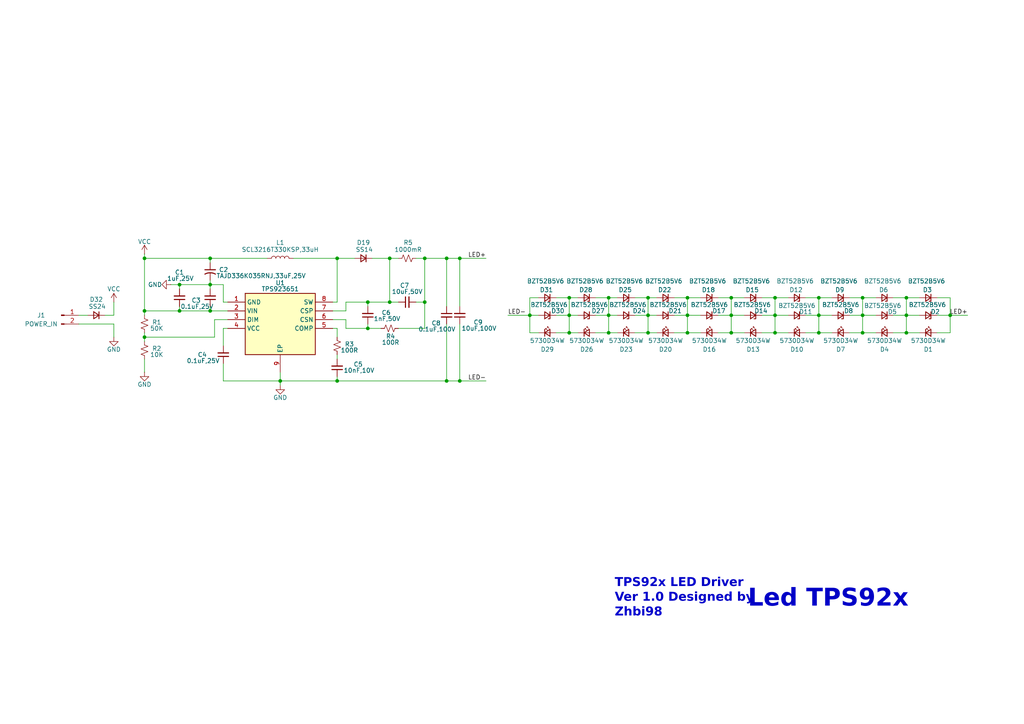
<source format=kicad_sch>
(kicad_sch (version 20250114) (generator "eeschema") (generator_version "9.0")
  (paper "A4")
  (lib_symbols
    (symbol "3rd_Driver_LED:TPS923651"
      (property "Reference" "U" (at -4.826 11.176 0))
      (property "Value" "TPS923651" (at -0.254 9.398 0))
      (symbol "TPS923651_1_1"
        (rectangle (start -10.16 7.62) (end 10.16 -10.16) (stroke (width 0.254)) (fill (type background)))
        (pin power_in line (at -15.24 5.08 0) (length 5.08) (name "GND") (number "1"))
        (pin power_in line (at -15.24 2.54 0) (length 5.08) (name "VIN") (number "2"))
        (pin passive line (at -15.24 0 0) (length 5.08) (name "DIM") (number "3"))
        (pin power_out line (at -15.24 -2.54 0) (length 5.08) (name "VCC") (number "4"))
        (pin passive line (at 0 -15.24 90) (length 5.08) (name "EP") (number "9"))
        (pin passive line (at 15.24 5.08 180) (length 5.08) (name "SW") (number "8"))
        (pin passive line (at 15.24 2.54 180) (length 5.08) (name "CSP") (number "7"))
        (pin passive line (at 15.24 0 180) (length 5.08) (name "CSN") (number "6"))
        (pin passive line (at 15.24 -2.54 180) (length 5.08) (name "COMP") (number "5"))
      )
    )
    (symbol "Connector:Conn_01x02_Pin" (pin_names (offset 1.016) (hide yes))
      (property "Reference" "J" (at 0 2.54 0))
      (property "Value" "Conn_01x02_Pin" (at 0 -5.08 0))
      (symbol "Conn_01x02_Pin_1_1"
        (rectangle (start 0.8636 0.127) (end 0 -0.127) (stroke (width 0.1524)) (fill (type outline)))
        (rectangle (start 0.8636 -2.413) (end 0 -2.667) (stroke (width 0.1524)) (fill (type outline)))
        (polyline (pts (xy 1.27 0) (xy 0.8636 0)) (stroke (width 0.1524)))
        (polyline (pts (xy 1.27 -2.54) (xy 0.8636 -2.54)) (stroke (width 0.1524)))
        (pin passive line (at 5.08 0 180) (length 3.81) (name "Pin_1") (number "1"))
        (pin passive line (at 5.08 -2.54 180) (length 3.81) (name "Pin_2") (number "2"))
      )
    )
    (symbol "Device:C_Small" (pin_numbers (hide yes)) (pin_names (offset 0.254) (hide yes))
      (property "Reference" "C" (at 0.254 1.778 0))
      (property "Value" "C_Small" (at 0.254 -2.032 0))
      (symbol "C_Small_0_1"
        (polyline (pts (xy -1.524 0.508) (xy 1.524 0.508)) (stroke (width 0.3048)))
        (polyline (pts (xy -1.524 -0.508) (xy 1.524 -0.508)) (stroke (width 0.3302)))
      )
      (symbol "C_Small_1_1"
        (pin passive line (at 0 2.54 270) (length 2.032) (name "~") (number "1"))
        (pin passive line (at 0 -2.54 90) (length 2.032) (name "~") (number "2"))
      )
    )
    (symbol "Device:C_Small_US" (pin_numbers (hide yes)) (pin_names (offset 0.254) (hide yes))
      (property "Reference" "C" (at 0.254 1.778 0))
      (property "Value" "C_Small_US" (at 0.254 -2.032 0))
      (symbol "C_Small_US_0_1"
        (polyline (pts (xy -1.524 0.508) (xy 1.524 0.508)) (stroke (width 0.3048)))
        (arc (start -1.524 -0.762) (mid 0 -0.3734) (end 1.524 -0.762) (stroke (width 0.3048)))
      )
      (symbol "C_Small_US_1_1"
        (pin passive line (at 0 2.54 270) (length 2.032) (name "~") (number "1"))
        (pin passive line (at 0 -2.54 90) (length 2.032) (name "~") (number "2"))
      )
    )
    (symbol "Device:D_Small" (pin_numbers (hide yes)) (pin_names (offset 0.254) (hide yes))
      (property "Reference" "D" (at -1.27 2.032 0))
      (property "Value" "D_Small" (at -3.81 -2.032 0))
      (symbol "D_Small_0_1"
        (polyline (pts (xy -0.762 0) (xy 0.762 0)))
        (polyline (pts (xy -0.762 -1.016) (xy -0.762 1.016)) (stroke (width 0.254)))
        (polyline (pts (xy 0.762 -1.016) (xy -0.762 0) (xy 0.762 1.016) (xy 0.762 -1.016)) (stroke (width 0.254)))
      )
      (symbol "D_Small_1_1"
        (pin passive line (at -2.54 0 0) (length 1.778) (name "K") (number "1"))
        (pin passive line (at 2.54 0 180) (length 1.778) (name "A") (number "2"))
      )
    )
    (symbol "Device:D_Zener_Small" (pin_numbers (hide yes)) (pin_names (offset 0.254) (hide yes))
      (property "Reference" "D" (at 0 2.286 0))
      (property "Value" "D_Zener_Small" (at 0 -2.286 0))
      (symbol "D_Zener_Small_0_1"
        (polyline (pts (xy -0.254 1.016) (xy -0.762 1.016) (xy -0.762 -1.016)) (stroke (width 0.254)))
        (polyline (pts (xy 0.762 1.016) (xy -0.762 0) (xy 0.762 -1.016) (xy 0.762 1.016)) (stroke (width 0.254)))
        (polyline (pts (xy 0.762 0) (xy -0.762 0)))
      )
      (symbol "D_Zener_Small_1_1"
        (pin passive line (at -2.54 0 0) (length 1.778) (name "K") (number "1"))
        (pin passive line (at 2.54 0 180) (length 1.778) (name "A") (number "2"))
      )
    )
    (symbol "Device:L" (pin_numbers (hide yes)) (pin_names (offset 1.016) (hide yes))
      (property "Reference" "L" (at -1.27 0 90))
      (property "Value" "L" (at 1.905 0 90))
      (symbol "L_0_1"
        (arc (start 0 2.54) (mid 0.6323 1.905) (end 0 1.27))
        (arc (start 0 1.27) (mid 0.6323 0.635) (end 0 0))
        (arc (start 0 0) (mid 0.6323 -0.635) (end 0 -1.27))
        (arc (start 0 -1.27) (mid 0.6323 -1.905) (end 0 -2.54))
      )
      (symbol "L_1_1"
        (pin passive line (at 0 3.81 270) (length 1.27) (name "1") (number "1"))
        (pin passive line (at 0 -3.81 90) (length 1.27) (name "2") (number "2"))
      )
    )
    (symbol "Device:LED_Small" (pin_numbers (hide yes)) (pin_names (offset 0.254) (hide yes))
      (property "Reference" "D" (at -1.27 3.175 0))
      (property "Value" "LED_Small" (at -4.445 -2.54 0))
      (symbol "LED_Small_0_1"
        (polyline (pts (xy -0.762 -1.016) (xy -0.762 1.016)) (stroke (width 0.254)))
        (polyline (pts (xy 0 0.762) (xy -0.508 1.27) (xy -0.254 1.27) (xy -0.508 1.27) (xy -0.508 1.016)))
        (polyline (pts (xy 0.508 1.27) (xy 0 1.778) (xy 0.254 1.778) (xy 0 1.778) (xy 0 1.524)))
        (polyline (pts (xy 0.762 -1.016) (xy -0.762 0) (xy 0.762 1.016) (xy 0.762 -1.016)) (stroke (width 0.254)))
        (polyline (pts (xy 1.016 0) (xy -0.762 0)))
      )
      (symbol "LED_Small_1_1"
        (pin passive line (at -2.54 0 0) (length 1.778) (name "K") (number "1"))
        (pin passive line (at 2.54 0 180) (length 1.778) (name "A") (number "2"))
      )
    )
    (symbol "Device:R_Small_US" (pin_numbers (hide yes)) (pin_names (offset 0.254) (hide yes))
      (property "Reference" "R" (at 0.762 0.508 0))
      (property "Value" "R_Small_US" (at 0.762 -1.016 0))
      (symbol "R_Small_US_1_1"
        (polyline (pts (xy 0 1.524) (xy 1.016 1.143) (xy 0 0.762) (xy -1.016 0.381) (xy 0 0)))
        (polyline (pts (xy 0 0) (xy 1.016 -0.381) (xy 0 -0.762) (xy -1.016 -1.143) (xy 0 -1.524)))
        (pin passive line (at 0 2.54 270) (length 1.016) (name "~") (number "1"))
        (pin passive line (at 0 -2.54 90) (length 1.016) (name "~") (number "2"))
      )
    )
    (symbol "power:GND" (power) (pin_numbers (hide yes)) (pin_names (offset 0) (hide yes))
      (property "Value" "GND" (at 0 -3.81 0))
      (symbol "GND_0_1"
        (polyline (pts (xy 0 0) (xy 0 -1.27) (xy 1.27 -1.27) (xy 0 -2.54) (xy -1.27 -1.27) (xy 0 -1.27)))
      )
      (symbol "GND_1_1"
        (pin power_in line (at 0 0 270) (length 0) (name "~") (number "1"))
      )
    )
    (symbol "power:VCC" (power) (pin_numbers (hide yes)) (pin_names (offset 0) (hide yes))
      (property "Value" "VCC" (at 0 3.556 0))
      (symbol "VCC_0_1"
        (polyline (pts (xy -0.762 1.27) (xy 0 2.54)))
        (polyline (pts (xy 0 2.54) (xy 0.762 1.27)))
        (polyline (pts (xy 0 0) (xy 0 2.54)))
      )
      (symbol "VCC_1_1"
        (pin power_in line (at 0 0 90) (length 0) (name "~") (number "1"))
      )
    )
  )
  (text "TPS92x LED Driver\nVer 1.0 Designed by\nZhbi98" (at 178.308 179.832 0) (effects (font (size 2.54 2.54) (bold yes) (italic yes)) (justify left bottom)))
  (text "Led TPS92x" (at 216.916 178.054 0) (effects (font (size 5.08 5.08) (thickness 0.508) (bold yes) (italic yes)) (justify left bottom)))
  (junction (at 113.03 87.63))
  (junction (at 60.96 82.55))
  (junction (at 199.39 86.36))
  (junction (at 97.79 74.93))
  (junction (at 262.89 96.52))
  (junction (at 250.19 86.36))
  (junction (at 187.96 96.52))
  (junction (at 41.91 97.79))
  (junction (at 212.09 91.44))
  (junction (at 237.49 96.52))
  (junction (at 176.53 91.44))
  (junction (at 224.79 96.52))
  (junction (at 199.39 96.52))
  (junction (at 52.07 82.55))
  (junction (at 106.68 95.25))
  (junction (at 176.53 96.52))
  (junction (at 224.79 86.36))
  (junction (at 176.53 86.36))
  (junction (at 237.49 91.44))
  (junction (at 165.1 96.52))
  (junction (at 187.96 91.44))
  (junction (at 165.1 91.44))
  (junction (at 250.19 96.52))
  (junction (at 41.91 74.93))
  (junction (at 129.54 74.93))
  (junction (at 153.67 91.44))
  (junction (at 199.39 91.44))
  (junction (at 237.49 86.36))
  (junction (at 60.96 74.93))
  (junction (at 275.59 91.44))
  (junction (at 52.07 90.17))
  (junction (at 60.96 90.17))
  (junction (at 262.89 86.36))
  (junction (at 224.79 91.44))
  (junction (at 187.96 86.36))
  (junction (at 97.79 110.49))
  (junction (at 113.03 74.93))
  (junction (at 212.09 96.52))
  (junction (at 123.19 87.63))
  (junction (at 262.89 91.44))
  (junction (at 212.09 86.36))
  (junction (at 133.35 74.93))
  (junction (at 129.54 110.49))
  (junction (at 41.91 90.17))
  (junction (at 250.19 91.44))
  (junction (at 165.1 86.36))
  (junction (at 133.35 110.49))
  (junction (at 81.28 110.49))
  (junction (at 123.19 74.93))
  (junction (at 106.68 87.63))
  (wire (pts (xy 241.3 86.36) (xy 237.49 86.36)))
  (wire (pts (xy 41.91 97.79) (xy 41.91 99.06)))
  (wire (pts (xy 60.96 90.17) (xy 52.07 90.17)))
  (wire (pts (xy 60.96 74.93) (xy 77.47 74.93)))
  (wire (pts (xy 106.68 95.25) (xy 110.49 95.25)))
  (wire (pts (xy 97.79 74.93) (xy 85.09 74.93)))
  (wire (pts (xy 165.1 91.44) (xy 165.1 86.36)))
  (wire (pts (xy 133.35 110.49) (xy 140.97 110.49)))
  (wire (pts (xy 33.02 91.44) (xy 33.02 87.63)))
  (wire (pts (xy 212.09 96.52) (xy 212.09 91.44)))
  (wire (pts (xy 262.89 86.36) (xy 259.08 86.36)))
  (wire (pts (xy 254 96.52) (xy 250.19 96.52)))
  (wire (pts (xy 187.96 86.36) (xy 184.15 86.36)))
  (wire (pts (xy 153.67 91.44) (xy 147.32 91.44)))
  (wire (pts (xy 187.96 96.52) (xy 184.15 96.52)))
  (wire (pts (xy 97.79 110.49) (xy 129.54 110.49)))
  (wire (pts (xy 129.54 110.49) (xy 133.35 110.49)))
  (wire (pts (xy 49.53 82.55) (xy 52.07 82.55)))
  (wire (pts (xy 224.79 96.52) (xy 220.98 96.52)))
  (wire (pts (xy 96.52 87.63) (xy 97.79 87.63)))
  (wire (pts (xy 41.91 74.93) (xy 60.96 74.93)))
  (wire (pts (xy 64.77 95.25) (xy 66.04 95.25)))
  (wire (pts (xy 262.89 96.52) (xy 262.89 91.44)))
  (wire (pts (xy 41.91 90.17) (xy 52.07 90.17)))
  (wire (pts (xy 203.2 86.36) (xy 199.39 86.36)))
  (wire (pts (xy 212.09 86.36) (xy 208.28 86.36)))
  (wire (pts (xy 250.19 91.44) (xy 250.19 86.36)))
  (wire (pts (xy 120.65 74.93) (xy 123.19 74.93)))
  (wire (pts (xy 275.59 96.52) (xy 275.59 91.44)))
  (wire (pts (xy 123.19 87.63) (xy 123.19 95.25)))
  (wire (pts (xy 33.02 93.98) (xy 33.02 97.79)))
  (wire (pts (xy 60.96 82.55) (xy 60.96 83.82)))
  (wire (pts (xy 262.89 91.44) (xy 262.89 86.36)))
  (wire (pts (xy 190.5 86.36) (xy 187.96 86.36)))
  (wire (pts (xy 199.39 86.36) (xy 195.58 86.36)))
  (wire (pts (xy 275.59 96.52) (xy 271.78 96.52)))
  (wire (pts (xy 97.79 74.93) (xy 97.79 87.63)))
  (wire (pts (xy 212.09 91.44) (xy 212.09 86.36)))
  (wire (pts (xy 237.49 96.52) (xy 233.68 96.52)))
  (wire (pts (xy 165.1 96.52) (xy 161.29 96.52)))
  (wire (pts (xy 254 86.36) (xy 250.19 86.36)))
  (wire (pts (xy 224.79 91.44) (xy 224.79 86.36)))
  (wire (pts (xy 228.6 86.36) (xy 224.79 86.36)))
  (wire (pts (xy 187.96 96.52) (xy 187.96 91.44)))
  (wire (pts (xy 129.54 74.93) (xy 133.35 74.93)))
  (wire (pts (xy 275.59 91.44) (xy 275.59 86.36)))
  (wire (pts (xy 64.77 100.33) (xy 64.77 95.25)))
  (wire (pts (xy 81.28 110.49) (xy 81.28 111.76)))
  (wire (pts (xy 212.09 91.44) (xy 208.28 91.44)))
  (wire (pts (xy 106.68 93.98) (xy 106.68 95.25)))
  (wire (pts (xy 81.28 107.95) (xy 81.28 110.49)))
  (wire (pts (xy 176.53 96.52) (xy 172.72 96.52)))
  (wire (pts (xy 165.1 96.52) (xy 165.1 91.44)))
  (wire (pts (xy 115.57 95.25) (xy 123.19 95.25)))
  (wire (pts (xy 165.1 91.44) (xy 161.29 91.44)))
  (wire (pts (xy 153.67 91.44) (xy 156.21 91.44)))
  (wire (pts (xy 212.09 96.52) (xy 208.28 96.52)))
  (wire (pts (xy 96.52 95.25) (xy 97.79 95.25)))
  (wire (pts (xy 250.19 96.52) (xy 250.19 91.44)))
  (wire (pts (xy 176.53 91.44) (xy 176.53 86.36)))
  (wire (pts (xy 41.91 73.66) (xy 41.91 74.93)))
  (wire (pts (xy 203.2 96.52) (xy 199.39 96.52)))
  (wire (pts (xy 190.5 91.44) (xy 187.96 91.44)))
  (wire (pts (xy 167.64 96.52) (xy 165.1 96.52)))
  (wire (pts (xy 129.54 74.93) (xy 129.54 88.9)))
  (wire (pts (xy 179.07 86.36) (xy 176.53 86.36)))
  (wire (pts (xy 241.3 96.52) (xy 237.49 96.52)))
  (wire (pts (xy 153.67 86.36) (xy 156.21 86.36)))
  (wire (pts (xy 62.23 97.79) (xy 41.91 97.79)))
  (wire (pts (xy 52.07 82.55) (xy 60.96 82.55)))
  (wire (pts (xy 97.79 74.93) (xy 102.87 74.93)))
  (wire (pts (xy 262.89 91.44) (xy 259.08 91.44)))
  (wire (pts (xy 199.39 96.52) (xy 199.39 91.44)))
  (wire (pts (xy 199.39 91.44) (xy 199.39 86.36)))
  (wire (pts (xy 179.07 91.44) (xy 176.53 91.44)))
  (wire (pts (xy 64.77 110.49) (xy 81.28 110.49)))
  (wire (pts (xy 266.7 96.52) (xy 262.89 96.52)))
  (wire (pts (xy 176.53 96.52) (xy 176.53 91.44)))
  (wire (pts (xy 129.54 93.98) (xy 129.54 110.49)))
  (wire (pts (xy 250.19 96.52) (xy 246.38 96.52)))
  (wire (pts (xy 179.07 96.52) (xy 176.53 96.52)))
  (wire (pts (xy 41.91 96.52) (xy 41.91 97.79)))
  (wire (pts (xy 41.91 107.95) (xy 41.91 104.14)))
  (wire (pts (xy 237.49 91.44) (xy 237.49 86.36)))
  (wire (pts (xy 123.19 74.93) (xy 129.54 74.93)))
  (wire (pts (xy 176.53 91.44) (xy 172.72 91.44)))
  (wire (pts (xy 215.9 91.44) (xy 212.09 91.44)))
  (wire (pts (xy 215.9 96.52) (xy 212.09 96.52)))
  (wire (pts (xy 203.2 91.44) (xy 199.39 91.44)))
  (wire (pts (xy 199.39 91.44) (xy 195.58 91.44)))
  (wire (pts (xy 241.3 91.44) (xy 237.49 91.44)))
  (wire (pts (xy 224.79 86.36) (xy 220.98 86.36)))
  (wire (pts (xy 113.03 74.93) (xy 113.03 87.63)))
  (wire (pts (xy 133.35 74.93) (xy 140.97 74.93)))
  (wire (pts (xy 215.9 86.36) (xy 212.09 86.36)))
  (wire (pts (xy 228.6 91.44) (xy 224.79 91.44)))
  (wire (pts (xy 250.19 86.36) (xy 246.38 86.36)))
  (wire (pts (xy 250.19 91.44) (xy 246.38 91.44)))
  (wire (pts (xy 96.52 92.71) (xy 100.33 92.71)))
  (wire (pts (xy 187.96 91.44) (xy 184.15 91.44)))
  (wire (pts (xy 64.77 110.49) (xy 64.77 105.41)))
  (wire (pts (xy 60.96 74.93) (xy 60.96 76.2)))
  (wire (pts (xy 62.23 92.71) (xy 62.23 97.79)))
  (wire (pts (xy 262.89 96.52) (xy 259.08 96.52)))
  (wire (pts (xy 100.33 92.71) (xy 100.33 95.25)))
  (wire (pts (xy 60.96 82.55) (xy 64.77 82.55)))
  (wire (pts (xy 199.39 96.52) (xy 195.58 96.52)))
  (wire (pts (xy 97.79 110.49) (xy 97.79 109.22)))
  (wire (pts (xy 228.6 96.52) (xy 224.79 96.52)))
  (wire (pts (xy 97.79 95.25) (xy 97.79 97.79)))
  (wire (pts (xy 133.35 74.93) (xy 133.35 88.9)))
  (wire (pts (xy 106.68 87.63) (xy 113.03 87.63)))
  (wire (pts (xy 60.96 88.9) (xy 60.96 90.17)))
  (wire (pts (xy 52.07 82.55) (xy 52.07 83.82)))
  (wire (pts (xy 52.07 88.9) (xy 52.07 90.17)))
  (wire (pts (xy 41.91 90.17) (xy 41.91 74.93)))
  (wire (pts (xy 100.33 87.63) (xy 106.68 87.63)))
  (wire (pts (xy 64.77 87.63) (xy 66.04 87.63)))
  (wire (pts (xy 22.86 93.98) (xy 33.02 93.98)))
  (wire (pts (xy 275.59 86.36) (xy 271.78 86.36)))
  (wire (pts (xy 30.48 91.44) (xy 33.02 91.44)))
  (wire (pts (xy 133.35 93.98) (xy 133.35 110.49)))
  (wire (pts (xy 97.79 102.87) (xy 97.79 104.14)))
  (wire (pts (xy 237.49 86.36) (xy 233.68 86.36)))
  (wire (pts (xy 224.79 91.44) (xy 220.98 91.44)))
  (wire (pts (xy 60.96 81.28) (xy 60.96 82.55)))
  (wire (pts (xy 153.67 91.44) (xy 153.67 96.52)))
  (wire (pts (xy 237.49 96.52) (xy 237.49 91.44)))
  (wire (pts (xy 190.5 96.52) (xy 187.96 96.52)))
  (wire (pts (xy 123.19 74.93) (xy 123.19 87.63)))
  (wire (pts (xy 64.77 82.55) (xy 64.77 87.63)))
  (wire (pts (xy 153.67 91.44) (xy 153.67 86.36)))
  (wire (pts (xy 41.91 90.17) (xy 41.91 91.44)))
  (wire (pts (xy 266.7 91.44) (xy 262.89 91.44)))
  (wire (pts (xy 280.67 91.44) (xy 275.59 91.44)))
  (wire (pts (xy 254 91.44) (xy 250.19 91.44)))
  (wire (pts (xy 96.52 90.17) (xy 100.33 90.17)))
  (wire (pts (xy 156.21 96.52) (xy 153.67 96.52)))
  (wire (pts (xy 100.33 95.25) (xy 106.68 95.25)))
  (wire (pts (xy 113.03 87.63) (xy 115.57 87.63)))
  (wire (pts (xy 266.7 86.36) (xy 262.89 86.36)))
  (wire (pts (xy 107.95 74.93) (xy 113.03 74.93)))
  (wire (pts (xy 113.03 74.93) (xy 115.57 74.93)))
  (wire (pts (xy 167.64 91.44) (xy 165.1 91.44)))
  (wire (pts (xy 62.23 92.71) (xy 66.04 92.71)))
  (wire (pts (xy 100.33 90.17) (xy 100.33 87.63)))
  (wire (pts (xy 224.79 96.52) (xy 224.79 91.44)))
  (wire (pts (xy 106.68 87.63) (xy 106.68 88.9)))
  (wire (pts (xy 187.96 91.44) (xy 187.96 86.36)))
  (wire (pts (xy 176.53 86.36) (xy 172.72 86.36)))
  (wire (pts (xy 165.1 86.36) (xy 161.29 86.36)))
  (wire (pts (xy 275.59 91.44) (xy 271.78 91.44)))
  (wire (pts (xy 237.49 91.44) (xy 233.68 91.44)))
  (wire (pts (xy 66.04 90.17) (xy 60.96 90.17)))
  (wire (pts (xy 22.86 91.44) (xy 25.4 91.44)))
  (wire (pts (xy 167.64 86.36) (xy 165.1 86.36)))
  (wire (pts (xy 81.28 110.49) (xy 97.79 110.49)))
  (wire (pts (xy 120.65 87.63) (xy 123.19 87.63)))
  (label "LED+" (at 140.97 74.93 180))
  (label "LED-" (at 147.32 91.44 0))
  (label "LED+" (at 280.67 91.44 180))
  (label "LED-" (at 140.97 110.49 180))
  (symbol (lib_id "Device:D_Zener_Small") (at 243.84 91.44 180) (unit 1)
    (property "Reference" "D8" (at 246.126 90.17 0))
    (property "Value" "BZT52B5V6" (at 243.84 88.392 0))
    (property "Footprint" "Diode_SMD:D_SOD-123" (effects (hide yes)))
    (property "Description" "Zener diode, small symbol" (effects (hide yes)))
  )
  (symbol (lib_id "Device:LED_Small") (at 256.54 96.52 0) (unit 1)
    (property "Reference" "D4" (at 256.54 101.346 0))
    (property "Value" "5730D34W" (at 256.54 98.806 0))
    (property "Footprint" "3rd_LED_SMD:LED5730_2012Metric" (effects (hide yes)))
    (property "Description" "Light emitting diode, small symbol" (effects (hide yes)))
    (property "Sim.Pin" "1=K 2=A" (effects (hide yes)))
  )
  (symbol (lib_id "power:GND") (at 81.28 111.76 0) (unit 1)
    (property "Reference" "#PWR06" (effects (hide yes)))
    (property "Value" "GND" (at 81.28 115.316 0))
    (property "Description" "Power symbol creates a global label with name \"GND\" , ground" (effects (hide yes)))
  )
  (symbol (lib_id "Device:D_Zener_Small") (at 218.44 91.44 180) (unit 1)
    (property "Reference" "D14" (at 220.726 90.17 0))
    (property "Value" "BZT52B5V6" (at 218.186 88.392 0))
    (property "Footprint" "Diode_SMD:D_SOD-123" (effects (hide yes)))
    (property "Description" "Zener diode, small symbol" (effects (hide yes)))
  )
  (symbol (lib_id "power:VCC") (at 41.91 73.66 0) (unit 1)
    (property "Reference" "#PWR03" (effects (hide yes)))
    (property "Value" "VCC" (at 41.91 70.104 0))
    (property "Description" "Power symbol creates a global label with name \"VCC\"" (effects (hide yes)))
  )
  (symbol (lib_id "Device:D_Zener_Small") (at 243.84 86.36 180) (unit 1)
    (property "Reference" "D9" (at 243.586 84.074 0))
    (property "Value" "BZT52B5V6" (at 243.332 81.534 0))
    (property "Footprint" "Diode_SMD:D_SOD-123" (effects (hide yes)))
    (property "Description" "Zener diode, small symbol" (effects (hide yes)))
  )
  (symbol (lib_id "Device:D_Zener_Small") (at 205.74 91.44 180) (unit 1)
    (property "Reference" "D17" (at 208.534 90.17 0))
    (property "Value" "BZT52B5V6" (at 205.74 88.392 0))
    (property "Footprint" "Diode_SMD:D_SOD-123" (effects (hide yes)))
    (property "Description" "Zener diode, small symbol" (effects (hide yes)))
  )
  (symbol (lib_id "power:GND") (at 41.91 107.95 0) (unit 1)
    (property "Reference" "#PWR04" (effects (hide yes)))
    (property "Value" "GND" (at 41.91 111.506 0))
    (property "Description" "Power symbol creates a global label with name \"GND\" , ground" (effects (hide yes)))
  )
  (symbol (lib_id "Device:D_Zener_Small") (at 193.04 86.36 180) (unit 1)
    (property "Reference" "D22" (at 192.786 84.074 0))
    (property "Value" "BZT52B5V6" (at 192.532 81.534 0))
    (property "Footprint" "Diode_SMD:D_SOD-123" (effects (hide yes)))
    (property "Description" "Zener diode, small symbol" (effects (hide yes)))
  )
  (symbol (lib_id "power:VCC") (at 33.02 87.63 0) (unit 1)
    (property "Reference" "#PWR01" (effects (hide yes)))
    (property "Value" "VCC" (at 33.02 83.82 0))
    (property "Description" "Power symbol creates a global label with name \"VCC\"" (effects (hide yes)))
  )
  (symbol (lib_id "Device:R_Small_US") (at 118.11 74.93 90) (unit 1)
    (property "Reference" "R5" (at 118.364 70.358 90))
    (property "Value" "1000mR" (at 118.364 72.39 90))
    (property "Footprint" "Resistor_SMD:R_0805_2012Metric" (effects (hide yes)))
    (property "Description" "Resistor, small US symbol" (effects (hide yes)))
  )
  (symbol (lib_id "Device:D_Zener_Small") (at 269.24 86.36 180) (unit 1)
    (property "Reference" "D3" (at 268.986 84.074 0))
    (property "Value" "BZT52B5V6" (at 268.732 81.534 0))
    (property "Footprint" "Diode_SMD:D_SOD-123" (effects (hide yes)))
    (property "Description" "Zener diode, small symbol" (effects (hide yes)))
  )
  (symbol (lib_id "Device:D_Zener_Small") (at 158.75 86.36 180) (unit 1)
    (property "Reference" "D31" (at 158.496 84.074 0))
    (property "Value" "BZT52B5V6" (at 158.242 81.534 0))
    (property "Footprint" "Diode_SMD:D_SOD-123" (effects (hide yes)))
    (property "Description" "Zener diode, small symbol" (effects (hide yes)))
  )
  (symbol (lib_id "power:GND") (at 49.53 82.55 270) (unit 1)
    (property "Reference" "#PWR05" (effects (hide yes)))
    (property "Value" "GND" (at 44.958 82.55 90))
    (property "Description" "Power symbol creates a global label with name \"GND\" , ground" (effects (hide yes)))
  )
  (symbol (lib_id "Device:LED_Small") (at 158.75 96.52 0) (unit 1)
    (property "Reference" "D29" (at 158.75 101.346 0))
    (property "Value" "5730D34W" (at 158.75 98.806 0))
    (property "Footprint" "3rd_LED_SMD:LED5730_2012Metric" (effects (hide yes)))
    (property "Description" "Light emitting diode, small symbol" (effects (hide yes)))
    (property "Sim.Pin" "1=K 2=A" (effects (hide yes)))
  )
  (symbol (lib_id "Device:D_Small") (at 105.41 74.93 180) (unit 1)
    (property "Reference" "D19" (at 105.41 70.358 0))
    (property "Value" "SS14" (at 105.664 72.39 0))
    (property "Footprint" "Diode_SMD:D_SMA" (effects (hide yes)))
    (property "Description" "Diode, small symbol" (effects (hide yes)))
    (property "Sim.Device" "D" (effects (hide yes)))
    (property "Sim.Pins" "1=K 2=A" (effects (hide yes)))
  )
  (symbol (lib_id "3rd_Driver_LED:TPS923651") (at 81.28 92.71 0) (unit 1)
    (property "Reference" "U1" (at 81.28 82.042 0))
    (property "Value" "TPS923651" (at 81.28 83.82 0))
    (property "Footprint" "3rd_Package_WSON:WSON-8_L2.0-W2.0-P0.5_TPS923651" (effects (hide yes)))
    (property "Datasheet" "https://www.ti.com/lit/ds/symlink/tps923650.pdf" (effects (hide yes)))
    (property "Description" "TPS92365x family is a 1A / 2A non-synchronous Buck LED driver with 4.5V to 65V wide input range." (effects (hide yes)))
  )
  (symbol (lib_id "Device:D_Zener_Small") (at 256.54 86.36 180) (unit 1)
    (property "Reference" "D6" (at 256.286 84.074 0))
    (property "Value" "BZT52B5V6" (at 256.032 81.534 0))
    (property "Footprint" "Diode_SMD:D_SOD-123" (effects (hide yes)))
    (property "Description" "Zener diode, small symbol" (effects (hide yes)))
  )
  (symbol (lib_id "Device:D_Zener_Small") (at 231.14 86.36 180) (unit 1)
    (property "Reference" "D12" (at 230.886 84.074 0))
    (property "Value" "BZT52B5V6" (at 230.632 81.534 0))
    (property "Footprint" "Diode_SMD:D_SOD-123" (effects (hide yes)))
    (property "Description" "Zener diode, small symbol" (effects (hide yes)))
  )
  (symbol (lib_id "Device:D_Zener_Small") (at 231.14 91.44 180) (unit 1)
    (property "Reference" "D11" (at 233.68 90.424 0))
    (property "Value" "BZT52B5V6" (at 231.14 88.646 0))
    (property "Footprint" "Diode_SMD:D_SOD-123" (effects (hide yes)))
    (property "Description" "Zener diode, small symbol" (effects (hide yes)))
  )
  (symbol (lib_id "Device:D_Zener_Small") (at 269.24 91.44 180) (unit 1)
    (property "Reference" "D2" (at 271.272 90.424 0))
    (property "Value" "BZT52B5V6" (at 268.986 88.392 0))
    (property "Footprint" "Diode_SMD:D_SOD-123" (effects (hide yes)))
    (property "Description" "Zener diode, small symbol" (effects (hide yes)))
  )
  (symbol (lib_id "Device:LED_Small") (at 170.18 96.52 0) (unit 1)
    (property "Reference" "D26" (at 170.18 101.346 0))
    (property "Value" "5730D34W" (at 170.18 98.806 0))
    (property "Footprint" "3rd_LED_SMD:LED5730_2012Metric" (effects (hide yes)))
    (property "Description" "Light emitting diode, small symbol" (effects (hide yes)))
    (property "Sim.Pin" "1=K 2=A" (effects (hide yes)))
  )
  (symbol (lib_id "Device:D_Small") (at 27.94 91.44 180) (unit 1)
    (property "Reference" "D32" (at 27.94 86.868 0))
    (property "Value" "SS24" (at 28.194 88.9 0))
    (property "Footprint" "Diode_SMD:D_SMA" (effects (hide yes)))
    (property "Description" "Diode, small symbol" (effects (hide yes)))
    (property "Sim.Device" "D" (effects (hide yes)))
    (property "Sim.Pins" "1=K 2=A" (effects (hide yes)))
  )
  (symbol (lib_id "Device:C_Small") (at 60.96 86.36 180) (unit 1)
    (property "Reference" "C3" (at 56.896 87.122 0))
    (property "Value" "0.1uF,25V" (at 57.15 88.9 0))
    (property "Footprint" "Capacitor_SMD:C_0805_2012Metric" (effects (hide yes)))
    (property "Description" "Unpolarized capacitor, small symbol" (effects (hide yes)))
  )
  (symbol (lib_id "Device:LED_Small") (at 193.04 96.52 0) (unit 1)
    (property "Reference" "D20" (at 193.04 101.346 0))
    (property "Value" "5730D34W" (at 193.04 98.806 0))
    (property "Footprint" "3rd_LED_SMD:LED5730_2012Metric" (effects (hide yes)))
    (property "Description" "Light emitting diode, small symbol" (effects (hide yes)))
    (property "Sim.Pin" "1=K 2=A" (effects (hide yes)))
  )
  (symbol (lib_id "Device:R_Small_US") (at 97.79 100.33 180) (unit 1)
    (property "Reference" "R3" (at 101.346 99.822 0))
    (property "Value" "100R" (at 101.346 101.6 0))
    (property "Footprint" "Resistor_SMD:R_0805_2012Metric" (effects (hide yes)))
    (property "Description" "Resistor, small US symbol" (effects (hide yes)))
  )
  (symbol (lib_id "power:GND") (at 33.02 97.79 0) (unit 1)
    (property "Reference" "#PWR02" (effects (hide yes)))
    (property "Value" "GND" (at 33.02 101.346 0))
    (property "Description" "Power symbol creates a global label with name \"GND\" , ground" (effects (hide yes)))
  )
  (symbol (lib_id "Device:LED_Small") (at 231.14 96.52 0) (unit 1)
    (property "Reference" "D10" (at 231.14 101.346 0))
    (property "Value" "5730D34W" (at 231.14 98.806 0))
    (property "Footprint" "3rd_LED_SMD:LED5730_2012Metric" (effects (hide yes)))
    (property "Description" "Light emitting diode, small symbol" (effects (hide yes)))
    (property "Sim.Pin" "1=K 2=A" (effects (hide yes)))
  )
  (symbol (lib_id "Device:D_Zener_Small") (at 205.74 86.36 180) (unit 1)
    (property "Reference" "D18" (at 205.486 84.074 0))
    (property "Value" "BZT52B5V6" (at 205.232 81.534 0))
    (property "Footprint" "Diode_SMD:D_SOD-123" (effects (hide yes)))
    (property "Description" "Zener diode, small symbol" (effects (hide yes)))
  )
  (symbol (lib_id "Device:D_Zener_Small") (at 158.75 91.44 180) (unit 1)
    (property "Reference" "D30" (at 161.798 90.17 0))
    (property "Value" "BZT52B5V6" (at 159.258 88.392 0))
    (property "Footprint" "Diode_SMD:D_SOD-123" (effects (hide yes)))
    (property "Description" "Zener diode, small symbol" (effects (hide yes)))
  )
  (symbol (lib_id "Device:LED_Small") (at 269.24 96.52 0) (unit 1)
    (property "Reference" "D1" (at 269.24 101.346 0))
    (property "Value" "5730D34W" (at 269.24 98.806 0))
    (property "Footprint" "3rd_LED_SMD:LED5730_2012Metric" (effects (hide yes)))
    (property "Description" "Light emitting diode, small symbol" (effects (hide yes)))
    (property "Sim.Pin" "1=K 2=A" (effects (hide yes)))
  )
  (symbol (lib_id "Device:D_Zener_Small") (at 218.44 86.36 180) (unit 1)
    (property "Reference" "D15" (at 218.186 84.074 0))
    (property "Value" "BZT52B5V6" (at 217.932 81.534 0))
    (property "Footprint" "Diode_SMD:D_SOD-123" (effects (hide yes)))
    (property "Description" "Zener diode, small symbol" (effects (hide yes)))
  )
  (symbol (lib_id "Device:D_Zener_Small") (at 170.18 86.36 180) (unit 1)
    (property "Reference" "D28" (at 169.926 84.074 0))
    (property "Value" "BZT52B5V6" (at 169.672 81.534 0))
    (property "Footprint" "Diode_SMD:D_SOD-123" (effects (hide yes)))
    (property "Description" "Zener diode, small symbol" (effects (hide yes)))
  )
  (symbol (lib_id "Device:LED_Small") (at 205.74 96.52 0) (unit 1)
    (property "Reference" "D16" (at 205.74 101.346 0))
    (property "Value" "5730D34W" (at 205.74 98.806 0))
    (property "Footprint" "3rd_LED_SMD:LED5730_2012Metric" (effects (hide yes)))
    (property "Description" "Light emitting diode, small symbol" (effects (hide yes)))
    (property "Sim.Pin" "1=K 2=A" (effects (hide yes)))
  )
  (symbol (lib_id "Device:C_Small") (at 118.11 87.63 90) (unit 1)
    (property "Reference" "C7" (at 117.348 82.804 90))
    (property "Value" "10uF,50V" (at 118.11 84.582 90))
    (property "Footprint" "Capacitor_SMD:C_0805_2012Metric" (effects (hide yes)))
    (property "Description" "Unpolarized capacitor, small symbol" (effects (hide yes)))
  )
  (symbol (lib_id "Device:D_Zener_Small") (at 181.61 91.44 180) (unit 1)
    (property "Reference" "D24" (at 185.42 90.17 0))
    (property "Value" "BZT52B5V6" (at 182.118 88.392 0))
    (property "Footprint" "Diode_SMD:D_SOD-123" (effects (hide yes)))
    (property "Description" "Zener diode, small symbol" (effects (hide yes)))
  )
  (symbol (lib_id "Device:D_Zener_Small") (at 181.61 86.36 180) (unit 1)
    (property "Reference" "D25" (at 181.356 84.074 0))
    (property "Value" "BZT52B5V6" (at 181.102 81.534 0))
    (property "Footprint" "Diode_SMD:D_SOD-123" (effects (hide yes)))
    (property "Description" "Zener diode, small symbol" (effects (hide yes)))
  )
  (symbol (lib_id "Device:D_Zener_Small") (at 170.18 91.44 180) (unit 1)
    (property "Reference" "D27" (at 173.482 90.17 0))
    (property "Value" "BZT52B5V6" (at 170.942 88.392 0))
    (property "Footprint" "Diode_SMD:D_SOD-123" (effects (hide yes)))
    (property "Description" "Zener diode, small symbol" (effects (hide yes)))
  )
  (symbol (lib_id "Device:LED_Small") (at 243.84 96.52 0) (unit 1)
    (property "Reference" "D7" (at 243.84 101.346 0))
    (property "Value" "5730D34W" (at 243.84 98.806 0))
    (property "Footprint" "3rd_LED_SMD:LED5730_2012Metric" (effects (hide yes)))
    (property "Description" "Light emitting diode, small symbol" (effects (hide yes)))
    (property "Sim.Pin" "1=K 2=A" (effects (hide yes)))
  )
  (symbol (lib_id "Device:C_Small") (at 64.77 102.87 180) (unit 1)
    (property "Reference" "C4" (at 58.674 102.87 0))
    (property "Value" "0.1uF,25V" (at 58.928 104.648 0))
    (property "Footprint" "Capacitor_SMD:C_0805_2012Metric" (effects (hide yes)))
    (property "Description" "Unpolarized capacitor, small symbol" (effects (hide yes)))
  )
  (symbol (lib_id "Device:C_Small_US") (at 60.96 78.74 0) (unit 1)
    (property "Reference" "C2" (at 63.5 78.232 0) (effects (justify left)))
    (property "Value" "TAJD336K035RNJ,33uF,25V" (at 62.738 80.01 0) (effects (justify left)))
    (property "Footprint" "Capacitor_Tantalum_SMD:CP_EIA-7343-31_Kemet-D" (effects (hide yes)))
    (property "Description" "capacitor, small US symbol" (effects (hide yes)))
  )
  (symbol (lib_id "Device:LED_Small") (at 218.44 96.52 0) (unit 1)
    (property "Reference" "D13" (at 218.44 101.346 0))
    (property "Value" "5730D34W" (at 218.44 98.806 0))
    (property "Footprint" "3rd_LED_SMD:LED5730_2012Metric" (effects (hide yes)))
    (property "Description" "Light emitting diode, small symbol" (effects (hide yes)))
    (property "Sim.Pin" "1=K 2=A" (effects (hide yes)))
  )
  (symbol (lib_id "Device:R_Small_US") (at 41.91 101.6 180) (unit 1)
    (property "Reference" "R2" (at 45.466 101.092 0))
    (property "Value" "10K" (at 45.466 102.87 0))
    (property "Footprint" "Resistor_SMD:R_0805_2012Metric" (effects (hide yes)))
    (property "Description" "Resistor, small US symbol" (effects (hide yes)))
  )
  (symbol (lib_id "Device:L") (at 81.28 74.93 90) (unit 1)
    (property "Reference" "L1" (at 81.28 70.358 90))
    (property "Value" "SCL3216T330KSP,33uH" (at 81.28 72.39 90))
    (property "Footprint" "Inductor_SMD:L_1206_3216Metric" (effects (hide yes)))
    (property "Description" "Inductor" (effects (hide yes)))
  )
  (symbol (lib_id "Device:C_Small") (at 52.07 86.36 180) (unit 1)
    (property "Reference" "C1" (at 52.07 78.994 0))
    (property "Value" "1uF,25V" (at 52.324 80.772 0))
    (property "Footprint" "Capacitor_SMD:C_0805_2012Metric" (effects (hide yes)))
    (property "Description" "Unpolarized capacitor, small symbol" (effects (hide yes)))
  )
  (symbol (lib_id "Device:C_Small") (at 133.35 91.44 180) (unit 1)
    (property "Reference" "C9" (at 138.684 93.472 0))
    (property "Value" "10uF,100V" (at 138.938 95.25 0))
    (property "Footprint" "Capacitor_SMD:C_0805_2012Metric" (effects (hide yes)))
    (property "Description" "Unpolarized capacitor, small symbol" (effects (hide yes)))
  )
  (symbol (lib_id "Device:R_Small_US") (at 41.91 93.98 180) (unit 1)
    (property "Reference" "R1" (at 45.466 93.472 0))
    (property "Value" "50K" (at 45.466 95.25 0))
    (property "Footprint" "Resistor_SMD:R_0805_2012Metric" (effects (hide yes)))
    (property "Description" "Resistor, small US symbol" (effects (hide yes)))
  )
  (symbol (lib_id "Device:D_Zener_Small") (at 193.04 91.44 180) (unit 1)
    (property "Reference" "D21" (at 195.834 90.17 0))
    (property "Value" "BZT52B5V6" (at 193.802 88.392 0))
    (property "Footprint" "Diode_SMD:D_SOD-123" (effects (hide yes)))
    (property "Description" "Zener diode, small symbol" (effects (hide yes)))
  )
  (symbol (lib_id "Device:C_Small") (at 129.54 91.44 0) (unit 1)
    (property "Reference" "C8" (at 126.492 93.726 0))
    (property "Value" "0.1uF,100V" (at 126.746 95.504 0))
    (property "Footprint" "Capacitor_SMD:C_0805_2012Metric" (effects (hide yes)))
    (property "Description" "Unpolarized capacitor, small symbol" (effects (hide yes)))
  )
  (symbol (lib_id "Device:LED_Small") (at 181.61 96.52 0) (unit 1)
    (property "Reference" "D23" (at 181.61 101.346 0))
    (property "Value" "5730D34W" (at 181.61 98.806 0))
    (property "Footprint" "3rd_LED_SMD:LED5730_2012Metric" (effects (hide yes)))
    (property "Description" "Light emitting diode, small symbol" (effects (hide yes)))
    (property "Sim.Pin" "1=K 2=A" (effects (hide yes)))
  )
  (symbol (lib_id "Device:C_Small") (at 106.68 91.44 180) (unit 1)
    (property "Reference" "C6" (at 112.014 90.678 0))
    (property "Value" "1nF,50V" (at 112.268 92.456 0))
    (property "Footprint" "Capacitor_SMD:C_0805_2012Metric" (effects (hide yes)))
    (property "Description" "Unpolarized capacitor, small symbol" (effects (hide yes)))
  )
  (symbol (lib_id "Device:C_Small") (at 97.79 106.68 180) (unit 1)
    (property "Reference" "C5" (at 103.886 105.664 0))
    (property "Value" "10nF,10V" (at 104.14 107.442 0))
    (property "Footprint" "Capacitor_SMD:C_0805_2012Metric" (effects (hide yes)))
    (property "Description" "Unpolarized capacitor, small symbol" (effects (hide yes)))
  )
  (symbol (lib_id "Device:R_Small_US") (at 113.03 95.25 90) (unit 1)
    (property "Reference" "R4" (at 113.284 97.536 90))
    (property "Value" "100R" (at 113.284 99.314 90))
    (property "Footprint" "Resistor_SMD:R_0805_2012Metric" (effects (hide yes)))
    (property "Description" "Resistor, small US symbol" (effects (hide yes)))
  )
  (symbol (lib_id "Connector:Conn_01x02_Pin") (at 17.78 91.44 0) (unit 1)
    (property "Reference" "J1" (at 11.938 91.44 0))
    (property "Value" "POWER_IN" (at 11.938 93.98 0))
    (property "Footprint" "3rd_Connector_Wire_THT:WIRE-TH_1x2P-P4.0_L6.5-W4.0" (effects (hide yes)))
    (property "Description" "Generic connector, single row, 01x02, script generated" (effects (hide yes)))
  )
  (symbol (lib_id "Device:D_Zener_Small") (at 256.54 91.44 180) (unit 1)
    (property "Reference" "D5" (at 258.826 90.424 0))
    (property "Value" "BZT52B5V6" (at 256.032 88.646 0))
    (property "Footprint" "Diode_SMD:D_SOD-123" (effects (hide yes)))
    (property "Description" "Zener diode, small symbol" (effects (hide yes)))
  )
)
</source>
